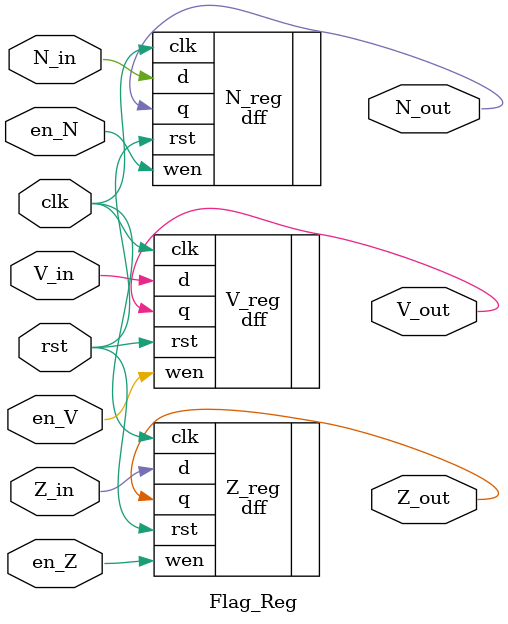
<source format=v>
module Flag_Reg(Z_in, N_in, V_in, en_Z, en_N, en_V, clk, rst, Z_out, N_out, V_out);
    input Z_in, N_in, V_in, en_Z, en_N, en_V, clk, rst;
    output Z_out, N_out, V_out;

    dff Z_reg(.q(Z_out), .d(Z_in), .wen(en_Z), .clk(clk), .rst(rst));  //dff for zero flag
    dff N_reg(.q(N_out), .d(N_in), .wen(en_N), .clk(clk), .rst(rst));  //dff for negative flag
    dff V_reg(.q(V_out), .d(V_in), .wen(en_V), .clk(clk), .rst(rst));  //dff for overflow flag

endmodule
</source>
